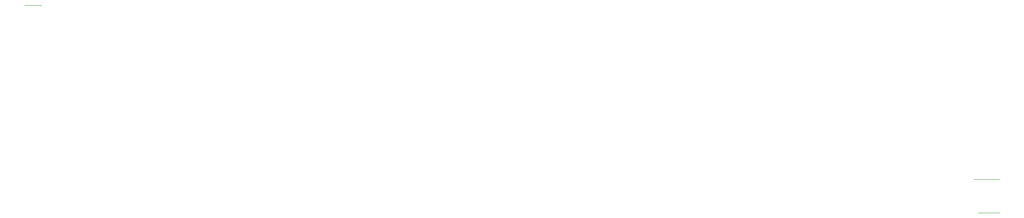
<source format=gbl>
G04*
G04 #@! TF.GenerationSoftware,Altium Limited,Altium Designer,19.1.8 (144)*
G04*
G04 Layer_Physical_Order=2*
G04 Layer_Color=16711680*
%FSLAX43Y43*%
%MOMM*%
G71*
G01*
G75*
%ADD13C,0.013*%
D13*
X0Y4500D02*
X4500D01*
X-1000Y11528D02*
X4500D01*
X-200318Y48168D02*
X-196762D01*
M02*

</source>
